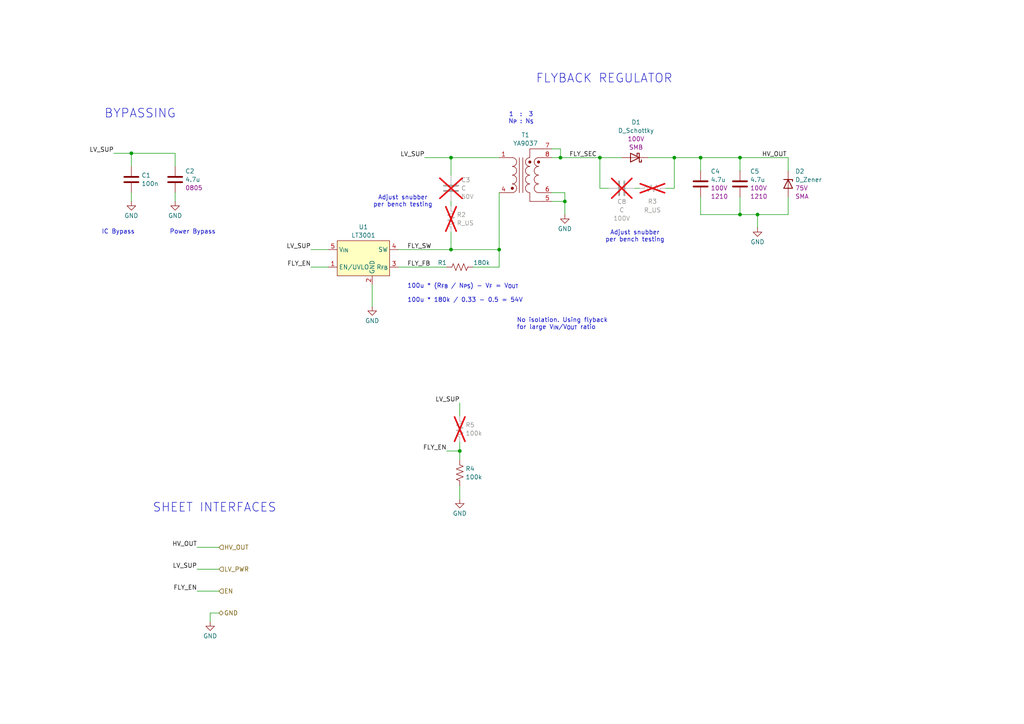
<source format=kicad_sch>
(kicad_sch (version 20250114) (generator "eeschema") (generator_version "9.0")
  (paper "A4")
  (title_block (title "LV Step-Up (Flyback) Regulator") (date "2025-07-16") (rev "0") (comment 1 "All resistors 0603 1% 0.1W unless noted") (comment 2 "All capacitors 0603 16V 10% X5R unless noted"))
  (lib_symbols
    (symbol "Device:C" (pin_numbers (hide yes)) (pin_names (offset 0.254))
      (property "Reference" "C" (at 0.635 2.54 0))
      (property "Value" "C" (at 0.635 -2.54 0))
      (symbol "C_0_1"
        (polyline (pts (xy -2.032 0.762) (xy 2.032 0.762)) (stroke (width 0.508)))
        (polyline (pts (xy -2.032 -0.762) (xy 2.032 -0.762)) (stroke (width 0.508)))
      )
      (symbol "C_1_1"
        (pin passive line (at 0 3.81 270) (length 2.794) (name "~") (number "1"))
        (pin passive line (at 0 -3.81 90) (length 2.794) (name "~") (number "2"))
      )
    )
    (symbol "Device:D_Schottky" (pin_numbers (hide yes)) (pin_names (offset 1.016) (hide yes))
      (property "Reference" "D" (at 0 2.54 0))
      (property "Value" "D_Schottky" (at 0 -2.54 0))
      (symbol "D_Schottky_0_1"
        (polyline (pts (xy -1.905 0.635) (xy -1.905 1.27) (xy -1.27 1.27) (xy -1.27 -1.27) (xy -0.635 -1.27) (xy -0.635 -0.635)) (stroke (width 0.254)))
        (polyline (pts (xy 1.27 1.27) (xy 1.27 -1.27) (xy -1.27 0) (xy 1.27 1.27)) (stroke (width 0.254)))
        (polyline (pts (xy 1.27 0) (xy -1.27 0)))
      )
      (symbol "D_Schottky_1_1"
        (pin passive line (at -3.81 0 0) (length 2.54) (name "K") (number "1"))
        (pin passive line (at 3.81 0 180) (length 2.54) (name "A") (number "2"))
      )
    )
    (symbol "Device:D_Zener" (pin_numbers (hide yes)) (pin_names (offset 1.016) (hide yes))
      (property "Reference" "D" (at 0 2.54 0))
      (property "Value" "D_Zener" (at 0 -2.54 0))
      (symbol "D_Zener_0_1"
        (polyline (pts (xy -1.27 -1.27) (xy -1.27 1.27) (xy -0.762 1.27)) (stroke (width 0.254)))
        (polyline (pts (xy 1.27 0) (xy -1.27 0)))
        (polyline (pts (xy 1.27 -1.27) (xy 1.27 1.27) (xy -1.27 0) (xy 1.27 -1.27)) (stroke (width 0.254)))
      )
      (symbol "D_Zener_1_1"
        (pin passive line (at -3.81 0 0) (length 2.54) (name "K") (number "1"))
        (pin passive line (at 3.81 0 180) (length 2.54) (name "A") (number "2"))
      )
    )
    (symbol "Device:R_US" (pin_numbers (hide yes)) (pin_names (offset 0))
      (property "Reference" "R" (at 2.54 0 90))
      (property "Value" "R_US" (at -2.54 0 90))
      (symbol "R_US_0_1"
        (polyline (pts (xy 0 2.286) (xy 0 2.54)))
        (polyline (pts (xy 0 2.286) (xy 1.016 1.905) (xy 0 1.524) (xy -1.016 1.143) (xy 0 0.762)))
        (polyline (pts (xy 0 0.762) (xy 1.016 0.381) (xy 0 0) (xy -1.016 -0.381) (xy 0 -0.762)))
        (polyline (pts (xy 0 -0.762) (xy 1.016 -1.143) (xy 0 -1.524) (xy -1.016 -1.905) (xy 0 -2.286)))
        (polyline (pts (xy 0 -2.286) (xy 0 -2.54)))
      )
      (symbol "R_US_1_1"
        (pin passive line (at 0 3.81 270) (length 1.27) (name "~") (number "1"))
        (pin passive line (at 0 -3.81 90) (length 1.27) (name "~") (number "2"))
      )
    )
    (symbol "HPB_symbols:Coilcraft_YA903x"
      (property "Reference" "T" (at -0.254 10.668 0))
      (symbol "Coilcraft_YA903x_0_1"
        (arc (start -1.27 3.81) (mid -1.642 2.912) (end -2.54 2.54))
        (arc (start -2.54 5.08) (mid -1.642 4.708) (end -1.27 3.81))
        (arc (start -1.27 1.27) (mid -1.642 0.372) (end -2.54 0))
        (arc (start -2.54 2.54) (mid -1.642 2.168) (end -1.27 1.27))
        (arc (start -1.27 -1.27) (mid -1.642 -2.168) (end -2.54 -2.54))
        (arc (start -2.54 0) (mid -1.642 -0.372) (end -1.27 -1.27))
        (arc (start -1.27 -3.81) (mid -1.642 -4.708) (end -2.54 -5.08))
        (arc (start -2.54 -2.54) (mid -1.642 -2.912) (end -1.27 -3.81))
        (polyline (pts (xy -2.54 5.08) (xy -3.81 5.08)))
        (polyline (pts (xy -2.54 -5.08) (xy -3.81 -5.08)))
        (polyline (pts (xy -0.508 5.08) (xy -0.508 -5.08)))
        (polyline (pts (xy 0.508 5.08) (xy 0.508 -5.08)))
        (polyline (pts (xy 2.54 5.08) (xy 2.54 7.62) (xy 6.35 7.62)))
        (arc (start 1.27 3.81) (mid 1.642 4.708) (end 2.54 5.08))
        (arc (start 2.54 2.54) (mid 1.642 2.912) (end 1.27 3.81))
        (arc (start 1.27 1.27) (mid 1.642 2.168) (end 2.54 2.54))
        (arc (start 2.54 0) (mid 1.642 0.372) (end 1.27 1.27))
        (arc (start 1.27 -1.27) (mid 1.642 -0.372) (end 2.54 0))
        (arc (start 2.54 -2.54) (mid 1.642 -2.168) (end 1.27 -1.27))
        (arc (start 1.27 -3.81) (mid 1.642 -2.912) (end 2.54 -2.54))
        (arc (start 2.54 -5.08) (mid 1.642 -4.708) (end 1.27 -3.81))
        (polyline (pts (xy 2.54 -5.08) (xy 2.54 -7.62) (xy 6.35 -7.62)))
        (polyline (pts (xy 5.08 5.08) (xy 6.35 5.08)))
        (arc (start 3.81 3.81) (mid 4.182 4.708) (end 5.08 5.08))
        (arc (start 5.08 2.54) (mid 4.182 2.912) (end 3.81 3.81))
        (arc (start 3.81 1.27) (mid 4.182 2.168) (end 5.08 2.54))
        (arc (start 5.08 0) (mid 4.182 0.372) (end 3.81 1.27))
        (arc (start 3.81 -1.27) (mid 4.182 -0.372) (end 5.08 0))
        (arc (start 5.08 -2.54) (mid 4.182 -2.168) (end 3.81 -1.27))
        (arc (start 3.81 -3.81) (mid 4.182 -2.912) (end 5.08 -2.54))
        (arc (start 5.08 -5.08) (mid 4.182 -4.708) (end 3.81 -3.81))
        (polyline (pts (xy 5.08 -5.08) (xy 5.08 -5.08)))
        (polyline (pts (xy 6.35 -5.08) (xy 5.08 -5.08)))
      )
      (symbol "Coilcraft_YA903x_1_1"
        (circle (center -2.54 -3.81) (radius 0.3592) (fill (type outline)))
        (circle (center 2.54 3.81) (radius 0.3592) (fill (type outline)))
        (circle (center 5.08 3.81) (radius 0.3592) (fill (type outline)))
        (pin bidirectional line (at -6.35 5.08 0) (length 2.54) (name "") (number "1"))
        (pin no_connect line (at -6.35 1.27 0) (length 2.54) (hide yes) (name "") (number "2"))
        (pin no_connect line (at -6.35 -1.27 0) (length 2.54) (hide yes) (name "") (number "3"))
        (pin bidirectional line (at -6.35 -5.08 0) (length 2.54) (name "") (number "4"))
        (pin bidirectional line (at 8.89 7.62 180) (length 2.54) (name "") (number "7"))
        (pin bidirectional line (at 8.89 5.08 180) (length 2.54) (name "") (number "8"))
        (pin bidirectional line (at 8.89 -5.08 180) (length 2.54) (name "") (number "6"))
        (pin bidirectional line (at 8.89 -7.62 180) (length 2.54) (name "") (number "5"))
      )
    )
    (symbol "HPB_symbols:LT3001"
      (property "Reference" "U" (at -6.35 6.35 0))
      (property "Value" "LT3001" (at 0 2.54 0))
      (symbol "LT3001_1_1"
        (rectangle (start -7.62 5.08) (end 7.62 -5.08) (fill (type background)))
        (pin power_in line (at -10.16 2.54 0) (length 2.54) (name "V_{IN}") (number "5"))
        (pin input line (at -10.16 -2.54 0) (length 2.54) (name "EN/UVLO") (number "1"))
        (pin bidirectional line (at 2.54 -7.62 90) (length 2.54) (name "GND") (number "2"))
        (pin power_in line (at 10.16 2.54 180) (length 2.54) (name "SW") (number "4"))
        (pin input line (at 10.16 -2.54 180) (length 2.54) (name "R_{FB}") (number "3"))
      )
    )
    (symbol "power:GND" (power) (pin_numbers (hide yes)) (pin_names (offset 0) (hide yes))
      (property "Value" "GND" (at 0 -3.81 0))
      (symbol "GND_0_1"
        (polyline (pts (xy 0 0) (xy 0 -1.27) (xy 1.27 -1.27) (xy 0 -2.54) (xy -1.27 -1.27) (xy 0 -1.27)))
      )
      (symbol "GND_1_1"
        (pin power_in line (at 0 0 270) (length 0) (name "~") (number "1"))
      )
    )
  )
  (text "No isolation. Using flyback\nfor large V_{IN}/V_{OUT} ratio" (at 149.86 93.98 0) (effects (font (size 1.27 1.27)) (justify left)))
  (text "IC Bypass" (at 34.29 67.31 0) (effects (font (size 1.27 1.27))))
  (text "1  :  3\nN_{P} : N_{S}" (at 151.13 34.29 0) (effects (font (size 1.27 1.27))))
  (text "FLYBACK REGULATOR" (at 175.26 22.86 0) (effects (font (size 2.54 2.54))))
  (text "100u * (R_{FB} / N_{PS}) - V_{F} = V_{OUT}\n\n100u * 180k / 0.33 - 0.5 = 54V" (at 118.11 85.09 0) (effects (font (size 1.27 1.27)) (justify left)))
  (text "SHEET INTERFACES" (at 62.23 147.32 0) (effects (font (size 2.54 2.54))))
  (text "Adjust snubber\nper bench testing" (at 116.84 58.42 0) (effects (font (size 1.27 1.27))))
  (text "Power Bypass" (at 55.88 67.31 0) (effects (font (size 1.27 1.27))))
  (text "BYPASSING" (at 40.64 33.02 0) (effects (font (size 2.54 2.54))))
  (text "Adjust snubber\nper bench testing" (at 184.15 68.58 0) (effects (font (size 1.27 1.27))))
  (junction (at 173.99 45.72))
  (junction (at 133.35 130.81))
  (junction (at 203.2 45.72))
  (junction (at 144.78 72.39))
  (junction (at 163.83 58.42))
  (junction (at 214.63 62.23))
  (junction (at 214.63 45.72))
  (junction (at 162.56 45.72))
  (junction (at 38.1 44.45))
  (junction (at 130.81 72.39))
  (junction (at 130.81 45.72))
  (junction (at 219.71 62.23))
  (junction (at 195.58 45.72))
  (wire (pts (xy 130.81 72.39) (xy 144.78 72.39)))
  (wire (pts (xy 219.71 62.23) (xy 219.71 66.04)))
  (wire (pts (xy 115.57 77.47) (xy 129.54 77.47)))
  (wire (pts (xy 33.02 44.45) (xy 38.1 44.45)))
  (wire (pts (xy 228.6 45.72) (xy 228.6 49.53)))
  (wire (pts (xy 90.17 72.39) (xy 95.25 72.39)))
  (wire (pts (xy 184.15 54.61) (xy 185.42 54.61)))
  (wire (pts (xy 130.81 58.42) (xy 130.81 59.69)))
  (wire (pts (xy 173.99 45.72) (xy 180.34 45.72)))
  (wire (pts (xy 144.78 72.39) (xy 144.78 77.47)))
  (wire (pts (xy 137.16 77.47) (xy 144.78 77.47)))
  (wire (pts (xy 203.2 45.72) (xy 214.63 45.72)))
  (wire (pts (xy 130.81 67.31) (xy 130.81 72.39)))
  (wire (pts (xy 214.63 57.15) (xy 214.63 62.23)))
  (wire (pts (xy 133.35 140.97) (xy 133.35 144.78)))
  (wire (pts (xy 38.1 44.45) (xy 50.8 44.45)))
  (wire (pts (xy 195.58 45.72) (xy 195.58 54.61)))
  (wire (pts (xy 123.19 45.72) (xy 130.81 45.72)))
  (wire (pts (xy 160.02 55.88) (xy 163.83 55.88)))
  (wire (pts (xy 60.96 177.8) (xy 60.96 180.34)))
  (wire (pts (xy 163.83 55.88) (xy 163.83 58.42)))
  (wire (pts (xy 214.63 62.23) (xy 219.71 62.23)))
  (wire (pts (xy 219.71 62.23) (xy 228.6 62.23)))
  (wire (pts (xy 133.35 116.84) (xy 133.35 120.65)))
  (wire (pts (xy 50.8 44.45) (xy 50.8 48.26)))
  (wire (pts (xy 173.99 45.72) (xy 173.99 54.61)))
  (wire (pts (xy 144.78 55.88) (xy 144.78 72.39)))
  (wire (pts (xy 90.17 77.47) (xy 95.25 77.47)))
  (wire (pts (xy 133.35 130.81) (xy 133.35 133.35)))
  (wire (pts (xy 228.6 57.15) (xy 228.6 62.23)))
  (wire (pts (xy 160.02 45.72) (xy 162.56 45.72)))
  (wire (pts (xy 162.56 43.18) (xy 162.56 45.72)))
  (wire (pts (xy 107.95 82.55) (xy 107.95 88.9)))
  (wire (pts (xy 129.54 130.81) (xy 133.35 130.81)))
  (wire (pts (xy 195.58 45.72) (xy 203.2 45.72)))
  (wire (pts (xy 50.8 55.88) (xy 50.8 58.42)))
  (wire (pts (xy 130.81 45.72) (xy 130.81 50.8)))
  (wire (pts (xy 57.15 171.45) (xy 63.5 171.45)))
  (wire (pts (xy 203.2 45.72) (xy 203.2 49.53)))
  (wire (pts (xy 187.96 45.72) (xy 195.58 45.72)))
  (wire (pts (xy 133.35 128.27) (xy 133.35 130.81)))
  (wire (pts (xy 160.02 43.18) (xy 162.56 43.18)))
  (wire (pts (xy 214.63 45.72) (xy 214.63 49.53)))
  (wire (pts (xy 38.1 44.45) (xy 38.1 48.26)))
  (wire (pts (xy 57.15 165.1) (xy 63.5 165.1)))
  (wire (pts (xy 38.1 55.88) (xy 38.1 58.42)))
  (wire (pts (xy 160.02 58.42) (xy 163.83 58.42)))
  (wire (pts (xy 203.2 57.15) (xy 203.2 62.23)))
  (wire (pts (xy 173.99 54.61) (xy 176.53 54.61)))
  (wire (pts (xy 57.15 158.75) (xy 63.5 158.75)))
  (wire (pts (xy 214.63 45.72) (xy 228.6 45.72)))
  (wire (pts (xy 130.81 45.72) (xy 144.78 45.72)))
  (wire (pts (xy 193.04 54.61) (xy 195.58 54.61)))
  (wire (pts (xy 60.96 177.8) (xy 63.5 177.8)))
  (wire (pts (xy 162.56 45.72) (xy 173.99 45.72)))
  (wire (pts (xy 203.2 62.23) (xy 214.63 62.23)))
  (wire (pts (xy 163.83 58.42) (xy 163.83 62.23)))
  (wire (pts (xy 115.57 72.39) (xy 130.81 72.39)))
  (label "FLY_FB" (at 118.11 77.47 0))
  (label "HV_OUT" (at 57.15 158.75 180))
  (label "FLY_EN" (at 57.15 171.45 180))
  (label "LV_SUP" (at 133.35 116.84 180))
  (label "FLY_SW" (at 118.11 72.39 0))
  (label "HV_OUT" (at 220.98 45.72 0))
  (label "LV_SUP" (at 123.19 45.72 180))
  (label "LV_SUP" (at 57.15 165.1 180))
  (label "FLY_EN" (at 129.54 130.81 180))
  (label "FLY_SEC" (at 165.1 45.72 0))
  (label "LV_SUP" (at 33.02 44.45 180))
  (label "LV_SUP" (at 90.17 72.39 180))
  (label "FLY_EN" (at 90.17 77.47 180))
  (hierarchical_label "HV_OUT" (shape input) (at 63.5 158.75 0))
  (hierarchical_label "LV_PWR" (shape input) (at 63.5 165.1 0))
  (hierarchical_label "GND" (shape bidirectional) (at 63.5 177.8 0))
  (hierarchical_label "EN" (shape input) (at 63.5 171.45 0))
  (symbol (lib_id "power:GND") (at 107.95 88.9 0) (unit 1)
    (property "Reference" "#PWR01" (effects (hide yes)))
    (property "Value" "GND" (at 107.95 93.0331 0))
    (property "Description" "Power symbol creates a global label with name \"GND\" , ground" (effects (hide yes)))
  )
  (symbol (lib_id "Device:C") (at 50.8 52.07 0) (unit 1)
    (property "Reference" "C2" (at 53.721 49.6457 0) (effects (justify left)))
    (property "Value" "4.7u" (at 53.721 52.07 0) (effects (justify left)))
    (property "Footprint" "Capacitor_SMD:C_0805_2012Metric" (effects (hide yes)))
    (property "Description" "Unpolarized capacitor" (effects (hide yes)))
    (property "MfrNum" "generic" (effects (hide yes)))
    (property "VRating" "16V" (effects (hide yes)))
    (property "Size" "0805" (at 53.721 54.4943 0) (effects (justify left)))
  )
  (symbol (lib_id "Device:D_Schottky") (at 184.15 45.72 180) (unit 1)
    (property "Reference" "D1" (at 184.4675 35.4569 0))
    (property "Value" "D_Schottky" (at 184.4675 37.8812 0))
    (property "Footprint" "Diode_SMD:D_SMB" (effects (hide yes)))
    (property "Description" "Schottky diode" (effects (hide yes)))
    (property "VRating" "100V" (at 184.4675 40.3055 0))
    (property "Size" "SMB" (at 184.4675 42.7298 0))
  )
  (symbol (lib_id "Device:C") (at 180.34 54.61 90) (unit 1) (dnp yes)
    (property "Reference" "C8" (at 180.34 58.4891 90))
    (property "Value" "C" (at 180.34 60.9134 90))
    (property "Footprint" "Capacitor_SMD:C_0603_1608Metric" (effects (hide yes)))
    (property "Description" "Unpolarized capacitor" (effects (hide yes)))
    (property "MfrNum" "generic" (effects (hide yes)))
    (property "VRating" "100V" (at 180.34 63.3377 90))
    (property "Size" "0603" (effects (hide yes)))
  )
  (symbol (lib_id "HPB_symbols:Coilcraft_YA903x") (at 151.13 50.8 0) (unit 1)
    (property "Reference" "T1" (at 152.4 39.1625 0))
    (property "Value" "YA9037" (at 152.4 41.5868 0))
    (property "Footprint" "HPB_footprints:Coilcraft_YA903x" (effects (hide yes)))
  )
  (symbol (lib_id "Device:R_US") (at 189.23 54.61 90) (unit 1) (dnp yes)
    (property "Reference" "R3" (at 189.23 58.42 90))
    (property "Value" "R_US" (at 189.23 60.96 90))
    (property "Footprint" "Resistor_SMD:R_0603_1608Metric" (effects (hide yes)))
    (property "Description" "Resistor, US symbol" (effects (hide yes)))
    (property "MfrNum" "generic" (effects (hide yes)))
    (property "PRating" "0.1W" (effects (hide yes)))
    (property "Size" "0603" (effects (hide yes)))
  )
  (symbol (lib_id "Device:C") (at 203.2 53.34 0) (unit 1)
    (property "Reference" "C4" (at 206.121 49.7035 0) (effects (justify left)))
    (property "Value" "4.7u" (at 206.121 52.1278 0) (effects (justify left)))
    (property "Footprint" "Capacitor_SMD:C_1210_3225Metric" (effects (hide yes)))
    (property "Description" "Unpolarized capacitor" (effects (hide yes)))
    (property "MfrNum" "generic" (effects (hide yes)))
    (property "VRating" "100V" (at 206.121 54.5521 0) (effects (justify left)))
    (property "Size" "1210" (at 206.121 56.9764 0) (effects (justify left)))
  )
  (symbol (lib_id "Device:R_US") (at 130.81 63.5 180) (unit 1) (dnp yes)
    (property "Reference" "R2" (at 132.461 62.2878 0) (effects (justify right)))
    (property "Value" "R_US" (at 132.461 64.7121 0) (effects (justify right)))
    (property "Footprint" "Resistor_SMD:R_0603_1608Metric" (effects (hide yes)))
    (property "Description" "Resistor, US symbol" (effects (hide yes)))
    (property "MfrNum" "generic" (effects (hide yes)))
    (property "PRating" "0.1W" (effects (hide yes)))
    (property "Size" "0603" (effects (hide yes)))
  )
  (symbol (lib_id "power:GND") (at 163.83 62.23 0) (unit 1)
    (property "Reference" "#PWR05" (effects (hide yes)))
    (property "Value" "GND" (at 163.83 66.3631 0))
    (property "Description" "Power symbol creates a global label with name \"GND\" , ground" (effects (hide yes)))
  )
  (symbol (lib_id "Device:D_Zener") (at 228.6 53.34 270) (unit 1)
    (property "Reference" "D2" (at 230.632 49.7035 90) (effects (justify left)))
    (property "Value" "D_Zener" (at 230.632 52.1278 90) (effects (justify left)))
    (property "Footprint" "Diode_SMD:D_SMA" (effects (hide yes)))
    (property "Description" "Zener diode" (effects (hide yes)))
    (property "MfrNum" "Generic" (effects (hide yes)))
    (property "VRating" "75V" (at 230.632 54.5521 90) (effects (justify left)))
    (property "Size" "SMA" (at 230.632 56.9764 90) (effects (justify left)))
  )
  (symbol (lib_id "power:GND") (at 38.1 58.42 0) (unit 1)
    (property "Reference" "#PWR02" (effects (hide yes)))
    (property "Value" "GND" (at 38.1 62.5531 0))
    (property "Description" "Power symbol creates a global label with name \"GND\" , ground" (effects (hide yes)))
  )
  (symbol (lib_id "Device:R_US") (at 133.35 77.47 90) (unit 1)
    (property "Reference" "R1" (at 128.27 76.2 90))
    (property "Value" "180k" (at 139.7 76.2 90))
    (property "Footprint" "Resistor_SMD:R_0603_1608Metric" (effects (hide yes)))
    (property "Description" "Resistor, US symbol" (effects (hide yes)))
    (property "MfrNum" "generic" (effects (hide yes)))
    (property "PRating" "0.1W" (effects (hide yes)))
    (property "Size" "0603" (effects (hide yes)))
  )
  (symbol (lib_id "Device:C") (at 130.81 54.61 0) (unit 1) (dnp yes)
    (property "Reference" "C3" (at 133.731 52.1857 0) (effects (justify left)))
    (property "Value" "C" (at 133.731 54.61 0) (effects (justify left)))
    (property "Footprint" "Capacitor_SMD:C_0603_1608Metric" (effects (hide yes)))
    (property "Description" "Unpolarized capacitor" (effects (hide yes)))
    (property "MfrNum" "generic" (effects (hide yes)))
    (property "VRating" "50V" (at 133.731 57.0343 0) (effects (justify left)))
    (property "Size" "0603" (effects (hide yes)))
  )
  (symbol (lib_id "Device:C") (at 38.1 52.07 0) (unit 1)
    (property "Reference" "C1" (at 41.021 50.8578 0) (effects (justify left)))
    (property "Value" "100n" (at 41.021 53.2821 0) (effects (justify left)))
    (property "Footprint" "Capacitor_SMD:C_0603_1608Metric" (effects (hide yes)))
    (property "Description" "Unpolarized capacitor" (effects (hide yes)))
    (property "MfrNum" "generic" (effects (hide yes)))
    (property "VRating" "16V" (effects (hide yes)))
    (property "Size" "0603" (effects (hide yes)))
  )
  (symbol (lib_id "Device:R_US") (at 133.35 124.46 180) (unit 1) (dnp yes)
    (property "Reference" "R5" (at 135.001 123.2478 0) (effects (justify right)))
    (property "Value" "100k" (at 135.001 125.6721 0) (effects (justify right)))
    (property "Footprint" "Resistor_SMD:R_0603_1608Metric" (effects (hide yes)))
    (property "Description" "Resistor, US symbol" (effects (hide yes)))
    (property "MfrNum" "generic" (effects (hide yes)))
    (property "PRating" "0.1W" (effects (hide yes)))
    (property "Size" "0603" (effects (hide yes)))
  )
  (symbol (lib_id "power:GND") (at 133.35 144.78 0) (unit 1)
    (property "Reference" "#PWR06" (effects (hide yes)))
    (property "Value" "GND" (at 133.35 148.9131 0))
    (property "Description" "Power symbol creates a global label with name \"GND\" , ground" (effects (hide yes)))
  )
  (symbol (lib_id "power:GND") (at 219.71 66.04 0) (unit 1)
    (property "Reference" "#PWR04" (effects (hide yes)))
    (property "Value" "GND" (at 219.71 70.1731 0))
    (property "Description" "Power symbol creates a global label with name \"GND\" , ground" (effects (hide yes)))
  )
  (symbol (lib_id "Device:R_US") (at 133.35 137.16 180) (unit 1)
    (property "Reference" "R4" (at 135.001 135.9478 0) (effects (justify right)))
    (property "Value" "100k" (at 135.001 138.3721 0) (effects (justify right)))
    (property "Footprint" "Resistor_SMD:R_0603_1608Metric" (effects (hide yes)))
    (property "Description" "Resistor, US symbol" (effects (hide yes)))
    (property "MfrNum" "generic" (effects (hide yes)))
    (property "PRating" "0.1W" (effects (hide yes)))
    (property "Size" "0603" (effects (hide yes)))
  )
  (symbol (lib_id "power:GND") (at 50.8 58.42 0) (unit 1)
    (property "Reference" "#PWR03" (effects (hide yes)))
    (property "Value" "GND" (at 50.8 62.5531 0))
    (property "Description" "Power symbol creates a global label with name \"GND\" , ground" (effects (hide yes)))
  )
  (symbol (lib_id "Device:C") (at 214.63 53.34 0) (unit 1)
    (property "Reference" "C5" (at 217.551 49.7035 0) (effects (justify left)))
    (property "Value" "4.7u" (at 217.551 52.1278 0) (effects (justify left)))
    (property "Footprint" "Capacitor_SMD:C_1210_3225Metric" (effects (hide yes)))
    (property "Description" "Unpolarized capacitor" (effects (hide yes)))
    (property "MfrNum" "generic" (effects (hide yes)))
    (property "VRating" "100V" (at 217.551 54.5521 0) (effects (justify left)))
    (property "Size" "1210" (at 217.551 56.9764 0) (effects (justify left)))
  )
  (symbol (lib_id "HPB_symbols:LT3001") (at 105.41 74.93 0) (unit 1)
    (property "Reference" "U1" (at 105.41 65.8325 0))
    (property "Value" "LT3001" (at 105.41 68.2568 0))
    (property "Footprint" "Package_TO_SOT_SMD:SOT-23-5" (effects (hide yes)))
    (property "Datasheet" "http://www.analog.com/en/products/LT3001.html" (effects (hide yes)))
  )
  (symbol (lib_id "power:GND") (at 60.96 180.34 0) (unit 1)
    (property "Reference" "#PWR07" (effects (hide yes)))
    (property "Value" "GND" (at 60.96 184.4731 0))
    (property "Description" "Power symbol creates a global label with name \"GND\" , ground" (effects (hide yes)))
  )
)
</source>
